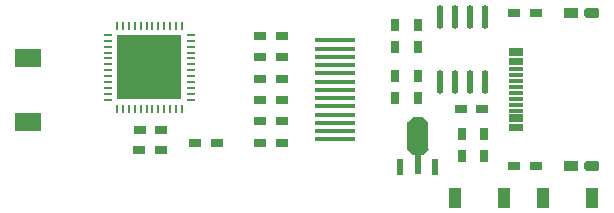
<source format=gtp>
G04*
G04 #@! TF.GenerationSoftware,Altium Limited,Altium Designer,21.8.1 (53)*
G04*
G04 Layer_Color=8421504*
%FSLAX25Y25*%
%MOIN*%
G70*
G04*
G04 #@! TF.SameCoordinates,17BD96DF-920B-4E40-B81F-192E6F3E527F*
G04*
G04*
G04 #@! TF.FilePolarity,Positive*
G04*
G01*
G75*
%ADD17R,0.01102X0.03150*%
%ADD18R,0.03150X0.01102*%
%ADD19R,0.21260X0.21260*%
%ADD20R,0.04000X0.03000*%
%ADD21R,0.04000X0.03150*%
%ADD22R,0.13780X0.01575*%
%ADD23R,0.03150X0.04000*%
%ADD24R,0.03000X0.04000*%
%ADD25R,0.02362X0.05512*%
%ADD26R,0.02362X0.07087*%
G04:AMPARAMS|DCode=27|XSize=125mil|YSize=70mil|CornerRadius=0mil|HoleSize=0mil|Usage=FLASHONLY|Rotation=90.000|XOffset=0mil|YOffset=0mil|HoleType=Round|Shape=Octagon|*
%AMOCTAGOND27*
4,1,8,0.01750,0.06250,-0.01750,0.06250,-0.03500,0.04500,-0.03500,-0.04500,-0.01750,-0.06250,0.01750,-0.06250,0.03500,-0.04500,0.03500,0.04500,0.01750,0.06250,0.0*
%
%ADD27OCTAGOND27*%

%ADD28R,0.04528X0.01181*%
%ADD29R,0.04520X0.01180*%
%ADD30R,0.05000X0.03500*%
G04:AMPARAMS|DCode=31|XSize=50mil|YSize=35mil|CornerRadius=0mil|HoleSize=0mil|Usage=FLASHONLY|Rotation=0.000|XOffset=0mil|YOffset=0mil|HoleType=Round|Shape=Octagon|*
%AMOCTAGOND31*
4,1,8,0.02500,-0.00875,0.02500,0.00875,0.01625,0.01750,-0.01625,0.01750,-0.02500,0.00875,-0.02500,-0.00875,-0.01625,-0.01750,0.01625,-0.01750,0.02500,-0.00875,0.0*
%
%ADD31OCTAGOND31*%

%ADD32R,0.03937X0.06693*%
%ADD33R,0.08661X0.05906*%
%ADD34O,0.02260X0.08014*%
D17*
X473800Y183241D02*
D03*
X475769Y183241D02*
D03*
X477737Y183241D02*
D03*
X479706Y183241D02*
D03*
X481674Y183241D02*
D03*
X483643Y183241D02*
D03*
X485611Y183241D02*
D03*
X487580Y183241D02*
D03*
X489548Y183241D02*
D03*
X491517Y183241D02*
D03*
X493485Y183241D02*
D03*
X495454Y183241D02*
D03*
X495454Y210800D02*
D03*
X493485Y210800D02*
D03*
X491517Y210800D02*
D03*
X489548Y210800D02*
D03*
X487580Y210800D02*
D03*
X485611Y210800D02*
D03*
X483643Y210801D02*
D03*
X481674Y210800D02*
D03*
X479706Y210801D02*
D03*
X477737Y210800D02*
D03*
X475769Y210801D02*
D03*
X473800Y210800D02*
D03*
D18*
X498407Y186195D02*
D03*
X498406Y188164D02*
D03*
X498407Y190132D02*
D03*
X498406Y192101D02*
D03*
X498407Y194069D02*
D03*
X498406Y196038D02*
D03*
X498407Y198006D02*
D03*
X498406Y199975D02*
D03*
X498407Y201943D02*
D03*
X498406Y203912D02*
D03*
X498407Y205880D02*
D03*
X498406Y207849D02*
D03*
X470847Y207849D02*
D03*
X470848Y205880D02*
D03*
X470847Y203912D02*
D03*
X470848Y201943D02*
D03*
X470847Y199975D02*
D03*
X470848Y198006D02*
D03*
X470847Y196038D02*
D03*
X470848Y194069D02*
D03*
X470847Y192101D02*
D03*
X470848Y190132D02*
D03*
X470847Y188164D02*
D03*
X470848Y186195D02*
D03*
D19*
X484627Y197021D02*
D03*
D20*
X488500Y169300D02*
D03*
X481200D02*
D03*
X488600Y176200D02*
D03*
X481300D02*
D03*
X528700Y171900D02*
D03*
X521400D02*
D03*
X521350Y179000D02*
D03*
X528650D02*
D03*
X521375Y207400D02*
D03*
X528675D02*
D03*
X588300Y183000D02*
D03*
X595600D02*
D03*
D21*
X499950Y171800D02*
D03*
X507250D02*
D03*
X521400Y186100D02*
D03*
X528700D02*
D03*
X521375Y193200D02*
D03*
X528675D02*
D03*
X521375Y200300D02*
D03*
X528675D02*
D03*
X606200Y164200D02*
D03*
X613500D02*
D03*
Y215000D02*
D03*
X606200D02*
D03*
D22*
X546500Y206035D02*
D03*
Y203279D02*
D03*
Y200523D02*
D03*
Y197768D02*
D03*
Y195012D02*
D03*
Y192256D02*
D03*
Y189500D02*
D03*
Y186744D02*
D03*
Y183988D02*
D03*
Y181232D02*
D03*
Y178476D02*
D03*
Y175720D02*
D03*
Y172965D02*
D03*
D03*
D23*
X574000Y203950D02*
D03*
Y211250D02*
D03*
X566600Y203950D02*
D03*
Y211250D02*
D03*
D24*
X574000Y186700D02*
D03*
Y194000D02*
D03*
X566600Y186700D02*
D03*
Y194000D02*
D03*
X588800Y174700D02*
D03*
Y167400D02*
D03*
X596200Y174700D02*
D03*
Y167400D02*
D03*
D25*
X579906Y163913D02*
D03*
X568094D02*
D03*
D26*
X574000Y164701D02*
D03*
D27*
Y174000D02*
D03*
D28*
X606757Y202689D02*
D03*
Y201508D02*
D03*
X606756Y199540D02*
D03*
Y198358D02*
D03*
X606757Y196390D02*
D03*
Y192453D02*
D03*
X606763Y190484D02*
D03*
X606757Y188516D02*
D03*
X606764Y186546D02*
D03*
X606755Y184579D02*
D03*
X606773Y180642D02*
D03*
Y179461D02*
D03*
X606763Y177492D02*
D03*
Y176311D02*
D03*
D29*
X606757Y194421D02*
D03*
X606757Y182610D02*
D03*
D30*
X625000Y164200D02*
D03*
Y215000D02*
D03*
D31*
X632000Y164200D02*
D03*
Y215000D02*
D03*
D32*
X632268Y153500D02*
D03*
X615732D02*
D03*
X602868Y153500D02*
D03*
X586332D02*
D03*
D33*
X444000Y200091D02*
D03*
Y178909D02*
D03*
D34*
X581620Y192103D02*
D03*
X586620D02*
D03*
X591620D02*
D03*
X596620D02*
D03*
X581620Y213897D02*
D03*
X586620D02*
D03*
X591620D02*
D03*
X596620D02*
D03*
M02*

</source>
